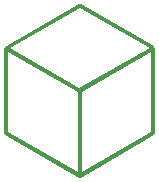
<source format=gbo>
G04 ---------------------------- Layer name :BOTTOM SILK LAYER*
G04 easyEDA 0.1*
G04 Scale: 100 percent, Rotated: No, Reflected: No *
G04 Dimensions in inches *
G04 leading zeros omitted , absolute positions ,2 integer and 4 * 
%FSLAX24Y24*%
%MOIN*%
G90*
G70D02*


%LPD*%

%LPD*%
G36*
G01X402933Y-295971D02*
G01X402933Y-295971D01*
G01X402933Y-295935D01*
G01X405406Y-294507D01*
G01X405468Y-294507D01*
G01X407916Y-295922D01*
G01X407916Y-295971D01*
G01X407953Y-295996D01*
G01X407953Y-298813D01*
G01X407916Y-298875D01*
G01X405456Y-300302D01*
G01X405431Y-300278D01*
G01X405394Y-300302D01*
G01X402933Y-298875D01*
G01X402897Y-298813D01*
G01X402897Y-295996D01*
G01X402933Y-295971D01*
G37*

%LPC*%
G36*
G01X405493Y-300130D02*
G01X405493Y-300130D01*
G01X407818Y-298777D01*
G01X407818Y-296107D01*
G01X405493Y-297448D01*
G01X405493Y-300130D01*
G37*
G36*
G01X405419Y-297325D02*
G01X405419Y-297325D01*
G01X407756Y-295984D01*
G01X405431Y-294643D01*
G01X403093Y-295984D01*
G01X405419Y-297325D01*
G37*
G36*
G01X403032Y-298777D02*
G01X403032Y-298777D01*
G01X405357Y-300130D01*
G01X405357Y-297448D01*
G01X403032Y-296107D01*
G01X403032Y-298777D01*
G37*

%LPD*%

M00*
M02*
</source>
